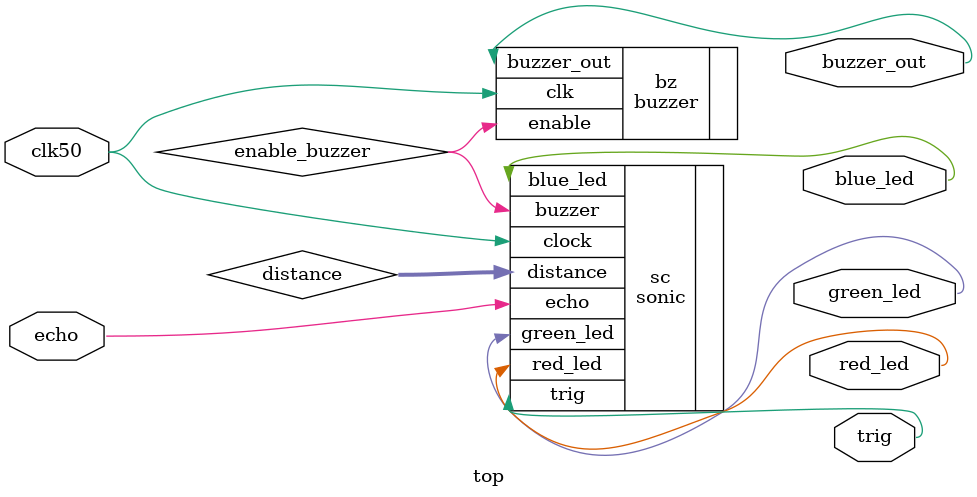
<source format=v>
`include "sonic.v"
`include "buzzer.v"

module top(
    input clk50,
    output trig, 
    input echo,
     

    output buzzer_out, // Salida para el buzzer
    output red_led,    // Salida para el LED rojo
    output green_led,  // Salida para el LED verde
    output blue_led    // Salida para el LED azul
);

    wire [32:0] distance;
    wire enable_buzzer; // Señal de habilitación para el buzzer

    // Instancia del módulo del sensor
    sonic sc (
        .clock(clk50),
        .trig(trig),
        .echo(echo),
        .distance(distance),
        .buzzer(enable_buzzer), // Conectar el control del buzzer
        .red_led(red_led),       // Conectar el LED rojo
        .green_led(green_led),   // Conectar el LED verde
        .blue_led(blue_led)      // Conectar el LED azul
    );

    // Instancia del módulo del buzzer
    buzzer bz (
        .clk(clk50),              // Usar el mismo reloj
        .enable(enable_buzzer),    // Conectar habilitación
        .buzzer_out(buzzer_out)    // Conectar salida del buzzer
    );

endmodule

</source>
